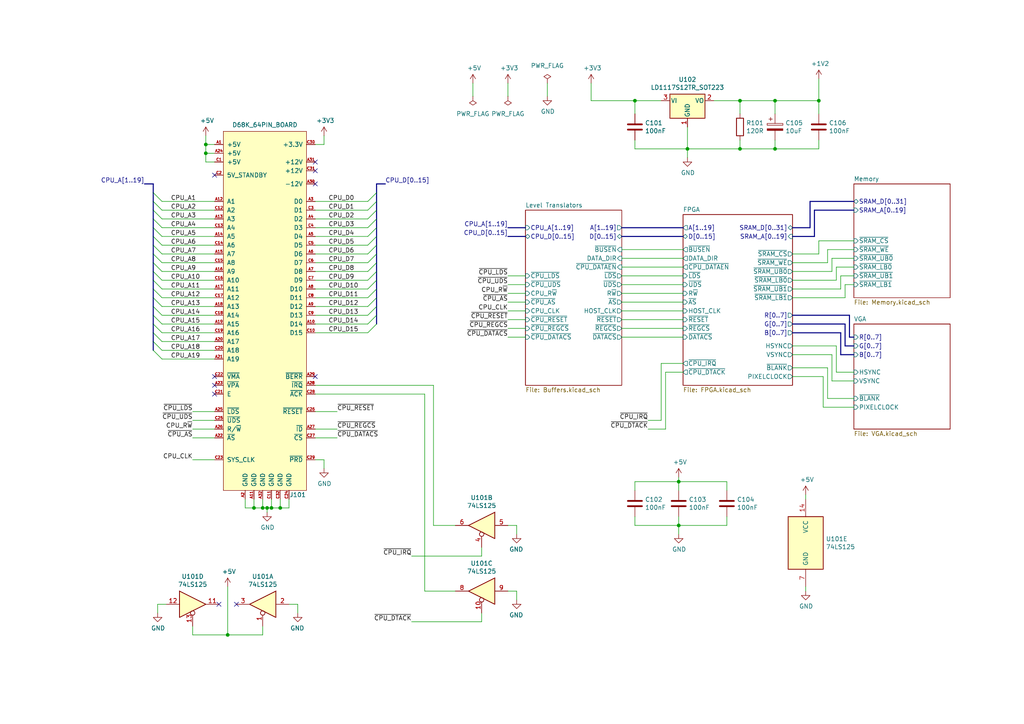
<source format=kicad_sch>
(kicad_sch (version 20211123) (generator eeschema)
  (paper "A4")
  (lib_symbols
    (symbol "74xx:74LS125" (pin_names (offset 1.016))
      (property "Reference" "U" (at 0 1.27 0))
      (property "Value" "74LS125" (at 0 -1.27 0))
      (symbol "74LS125_1_0"
        (polyline (pts (xy -3.81 3.81) (xy -3.81 -3.81) (xy 3.81 0) (xy -3.81 3.81)) (stroke (width 0.254)) (fill (type background)))
        (pin input inverted (at 0 -6.35 90) (length 4.445) (name "~") (number "1"))
        (pin input line (at -7.62 0 0) (length 3.81) (name "~") (number "2"))
        (pin tri_state line (at 7.62 0 180) (length 3.81) (name "~") (number "3"))
      )
      (symbol "74LS125_2_0"
        (polyline (pts (xy -3.81 3.81) (xy -3.81 -3.81) (xy 3.81 0) (xy -3.81 3.81)) (stroke (width 0.254)) (fill (type background)))
        (pin input inverted (at 0 -6.35 90) (length 4.445) (name "~") (number "4"))
        (pin input line (at -7.62 0 0) (length 3.81) (name "~") (number "5"))
        (pin tri_state line (at 7.62 0 180) (length 3.81) (name "~") (number "6"))
      )
      (symbol "74LS125_3_0"
        (polyline (pts (xy -3.81 3.81) (xy -3.81 -3.81) (xy 3.81 0) (xy -3.81 3.81)) (stroke (width 0.254)) (fill (type background)))
        (pin input inverted (at 0 -6.35 90) (length 4.445) (name "~") (number "10"))
        (pin tri_state line (at 7.62 0 180) (length 3.81) (name "~") (number "8"))
        (pin input line (at -7.62 0 0) (length 3.81) (name "~") (number "9"))
      )
      (symbol "74LS125_4_0"
        (polyline (pts (xy -3.81 3.81) (xy -3.81 -3.81) (xy 3.81 0) (xy -3.81 3.81)) (stroke (width 0.254)) (fill (type background)))
        (pin tri_state line (at 7.62 0 180) (length 3.81) (name "~") (number "11"))
        (pin input line (at -7.62 0 0) (length 3.81) (name "~") (number "12"))
        (pin input inverted (at 0 -6.35 90) (length 4.445) (name "~") (number "13"))
      )
      (symbol "74LS125_5_0"
        (pin power_in line (at 0 12.7 270) (length 5.08) (name "VCC") (number "14"))
        (pin power_in line (at 0 -12.7 90) (length 5.08) (name "GND") (number "7"))
      )
      (symbol "74LS125_5_1"
        (rectangle (start -5.08 7.62) (end 5.08 -7.62) (stroke (width 0.254)) (fill (type background)))
      )
    )
    (symbol "Ddraig:D68K_64PIN_BOARD" (pin_names (offset 1.016))
      (property "Reference" "J" (at -11.43 53.34 0))
      (property "Value" "D68K_64PIN_BOARD" (at -2.54 50.8 0))
      (symbol "D68K_64PIN_BOARD_0_1"
        (rectangle (start -12.7 48.26) (end 11.43 -55.88) (fill (type background)))
      )
      (symbol "D68K_64PIN_BOARD_1_1"
        (pin power_in line (at -15.24 44.45 0) (length 2.54) (name "+5V") (number "A1"))
        (pin bidirectional line (at 13.97 -7.62 180) (length 2.54) (name "D14") (number "A10"))
        (pin power_in line (at -3.81 -58.42 90) (length 2.54) (name "GND") (number "A11"))
        (pin output line (at -15.24 27.94 0) (length 2.54) (name "A1") (number "A12"))
        (pin output line (at -15.24 22.86 0) (length 2.54) (name "A3") (number "A13"))
        (pin output line (at -15.24 17.78 0) (length 2.54) (name "A5") (number "A14"))
        (pin output line (at -15.24 12.7 0) (length 2.54) (name "A7") (number "A15"))
        (pin output line (at -15.24 7.62 0) (length 2.54) (name "A9") (number "A16"))
        (pin output line (at -15.24 2.54 0) (length 2.54) (name "A11") (number "A17"))
        (pin output line (at -15.24 -2.54 0) (length 2.54) (name "A13") (number "A18"))
        (pin output line (at -15.24 -7.62 0) (length 2.54) (name "A15") (number "A19"))
        (pin power_in line (at -6.35 -58.42 90) (length 2.54) (name "GND") (number "A2"))
        (pin output line (at -15.24 -12.7 0) (length 2.54) (name "A17") (number "A20"))
        (pin output line (at -15.24 -17.78 0) (length 2.54) (name "A19") (number "A21"))
        (pin output line (at -15.24 -40.64 0) (length 2.54) (name "~{AS}") (number "A22"))
        (pin output line (at -15.24 -25.4 0) (length 2.54) (name "~{VPA}") (number "A23"))
        (pin power_in line (at -15.24 41.91 0) (length 2.54) (name "+5V") (number "A24"))
        (pin output line (at -15.24 -33.02 0) (length 2.54) (name "~{LDS}") (number "A25"))
        (pin output line (at -15.24 -38.1 0) (length 2.54) (name "R/~{W}") (number "A26"))
        (pin output line (at 13.97 -38.1 180) (length 2.54) (name "~{ID}") (number "A27"))
        (pin input line (at 13.97 -25.4 180) (length 2.54) (name "~{IRQ}") (number "A28"))
        (pin input line (at 13.97 -22.86 180) (length 2.54) (name "~{BERR}") (number "A29"))
        (pin bidirectional line (at 13.97 27.94 180) (length 2.54) (name "D0") (number "A3"))
        (pin power_in line (at 13.97 33.02 180) (length 2.54) (name "-12V") (number "A30"))
        (pin power_in line (at 13.97 39.37 180) (length 2.54) (name "+12V") (number "A31"))
        (pin power_in line (at -1.27 -58.42 90) (length 2.54) (name "GND") (number "A32"))
        (pin bidirectional line (at 13.97 22.86 180) (length 2.54) (name "D2") (number "A4"))
        (pin bidirectional line (at 13.97 17.78 180) (length 2.54) (name "D4") (number "A5"))
        (pin bidirectional line (at 13.97 12.7 180) (length 2.54) (name "D6") (number "A6"))
        (pin bidirectional line (at 13.97 7.62 180) (length 2.54) (name "D8") (number "A7"))
        (pin bidirectional line (at 13.97 2.54 180) (length 2.54) (name "D10") (number "A8"))
        (pin bidirectional line (at 13.97 -2.54 180) (length 2.54) (name "D12") (number "A9"))
        (pin power_in line (at -15.24 39.37 0) (length 2.54) (name "+5V") (number "C1"))
        (pin bidirectional line (at 13.97 -10.16 180) (length 2.54) (name "D15") (number "C10"))
        (pin power_in line (at 1.27 -58.42 90) (length 2.54) (name "GND") (number "C11"))
        (pin output line (at -15.24 25.4 0) (length 2.54) (name "A2") (number "C12"))
        (pin output line (at -15.24 20.32 0) (length 2.54) (name "A4") (number "C13"))
        (pin output line (at -15.24 15.24 0) (length 2.54) (name "A6") (number "C14"))
        (pin output line (at -15.24 10.16 0) (length 2.54) (name "A8") (number "C15"))
        (pin output line (at -15.24 5.08 0) (length 2.54) (name "A10") (number "C16"))
        (pin output line (at -15.24 0 0) (length 2.54) (name "A12") (number "C17"))
        (pin output line (at -15.24 -5.08 0) (length 2.54) (name "A14") (number "C18"))
        (pin output line (at -15.24 -10.16 0) (length 2.54) (name "A16") (number "C19"))
        (pin power_in line (at -15.24 35.56 0) (length 2.54) (name "5V_STANDBY") (number "C2"))
        (pin output line (at -15.24 -15.24 0) (length 2.54) (name "A18") (number "C20"))
        (pin output line (at -15.24 -27.94 0) (length 2.54) (name "E") (number "C21"))
        (pin output line (at -15.24 -22.86 0) (length 2.54) (name "~{VMA}") (number "C22"))
        (pin output line (at -15.24 -46.99 0) (length 2.54) (name "SYS_CLK") (number "C23"))
        (pin power_in line (at 6.35 -58.42 90) (length 2.54) (name "GND") (number "C24"))
        (pin output line (at -15.24 -35.56 0) (length 2.54) (name "~{UDS}") (number "C25"))
        (pin output line (at 13.97 -33.02 180) (length 2.54) (name "~{RESET}") (number "C26"))
        (pin output line (at 13.97 -40.64 180) (length 2.54) (name "~{CS}") (number "C27"))
        (pin input line (at 13.97 -27.94 180) (length 2.54) (name "~{ACK}") (number "C28"))
        (pin passive line (at 13.97 -46.99 180) (length 2.54) (name "~{PRD}") (number "C29"))
        (pin bidirectional line (at 13.97 25.4 180) (length 2.54) (name "D1") (number "C3"))
        (pin power_in line (at 13.97 44.45 180) (length 2.54) (name "+3.3V") (number "C30"))
        (pin power_in line (at 13.97 36.83 180) (length 2.54) (name "+12V") (number "C31"))
        (pin power_in line (at 3.81 -58.42 90) (length 2.54) (name "GND") (number "C32"))
        (pin bidirectional line (at 13.97 20.32 180) (length 2.54) (name "D3") (number "C4"))
        (pin bidirectional line (at 13.97 15.24 180) (length 2.54) (name "D5") (number "C5"))
        (pin bidirectional line (at 13.97 10.16 180) (length 2.54) (name "D7") (number "C6"))
        (pin bidirectional line (at 13.97 5.08 180) (length 2.54) (name "D9") (number "C7"))
        (pin bidirectional line (at 13.97 0 180) (length 2.54) (name "D11") (number "C8"))
        (pin bidirectional line (at 13.97 -5.08 180) (length 2.54) (name "D13") (number "C9"))
      )
    )
    (symbol "Device:C" (pin_numbers hide) (pin_names (offset 0.254))
      (property "Reference" "C" (at 0.635 2.54 0))
      (property "Value" "C" (at 0.635 -2.54 0))
      (symbol "C_0_1"
        (polyline (pts (xy -2.032 -0.762) (xy 2.032 -0.762)) (stroke (width 0.508)))
        (polyline (pts (xy -2.032 0.762) (xy 2.032 0.762)) (stroke (width 0.508)))
      )
      (symbol "C_1_1"
        (pin passive line (at 0 3.81 270) (length 2.794) (name "~") (number "1"))
        (pin passive line (at 0 -3.81 90) (length 2.794) (name "~") (number "2"))
      )
    )
    (symbol "Device:C_Polarized" (pin_numbers hide) (pin_names (offset 0.254))
      (property "Reference" "C" (at 0.635 2.54 0))
      (property "Value" "C_Polarized" (at 0.635 -2.54 0))
      (symbol "C_Polarized_0_1"
        (rectangle (start -2.286 0.508) (end 2.286 1.016))
        (polyline (pts (xy -1.778 2.286) (xy -0.762 2.286)))
        (polyline (pts (xy -1.27 2.794) (xy -1.27 1.778)))
        (rectangle (start 2.286 -0.508) (end -2.286 -1.016) (fill (type outline)))
      )
      (symbol "C_Polarized_1_1"
        (pin passive line (at 0 3.81 270) (length 2.794) (name "~") (number "1"))
        (pin passive line (at 0 -3.81 90) (length 2.794) (name "~") (number "2"))
      )
    )
    (symbol "Device:R" (pin_numbers hide) (pin_names (offset 0))
      (property "Reference" "R" (at 2.032 0 90))
      (property "Value" "R" (at 0 0 90))
      (symbol "R_0_1"
        (rectangle (start -1.016 -2.54) (end 1.016 2.54) (stroke (width 0.254)))
      )
      (symbol "R_1_1"
        (pin passive line (at 0 3.81 270) (length 1.27) (name "~") (number "1"))
        (pin passive line (at 0 -3.81 90) (length 1.27) (name "~") (number "2"))
      )
    )
    (symbol "Regulator_Linear:LD1117S12TR_SOT223" (pin_names (offset 0.254))
      (property "Reference" "U" (at -3.81 3.175 0))
      (property "Value" "LD1117S12TR_SOT223" (at 0 3.175 0))
      (symbol "LD1117S12TR_SOT223_0_1"
        (rectangle (start -5.08 -5.08) (end 5.08 1.905) (stroke (width 0.254)) (fill (type background)))
      )
      (symbol "LD1117S12TR_SOT223_1_1"
        (pin power_in line (at 0 -7.62 90) (length 2.54) (name "GND") (number "1"))
        (pin power_out line (at 7.62 0 180) (length 2.54) (name "VO") (number "2"))
        (pin power_in line (at -7.62 0 0) (length 2.54) (name "VI") (number "3"))
      )
    )
    (symbol "power:+1V2" (power) (pin_names (offset 0))
      (property "Value" "+1V2" (at 0 3.556 0))
      (symbol "+1V2_0_1"
        (polyline (pts (xy -0.762 1.27) (xy 0 2.54)))
        (polyline (pts (xy 0 0) (xy 0 2.54)))
        (polyline (pts (xy 0 2.54) (xy 0.762 1.27)))
      )
      (symbol "+1V2_1_1"
        (pin power_in line (at 0 0 90) (length 0) hide (name "+1V2") (number "1"))
      )
    )
    (symbol "power:+3V3" (power) (pin_names (offset 0))
      (property "Value" "+3V3" (at 0 3.556 0))
      (symbol "+3V3_0_1"
        (polyline (pts (xy -0.762 1.27) (xy 0 2.54)))
        (polyline (pts (xy 0 0) (xy 0 2.54)))
        (polyline (pts (xy 0 2.54) (xy 0.762 1.27)))
      )
      (symbol "+3V3_1_1"
        (pin power_in line (at 0 0 90) (length 0) hide (name "+3V3") (number "1"))
      )
    )
    (symbol "power:+5V" (power) (pin_names (offset 0))
      (property "Value" "+5V" (at 0 3.556 0))
      (symbol "+5V_0_1"
        (polyline (pts (xy -0.762 1.27) (xy 0 2.54)))
        (polyline (pts (xy 0 0) (xy 0 2.54)))
        (polyline (pts (xy 0 2.54) (xy 0.762 1.27)))
      )
      (symbol "+5V_1_1"
        (pin power_in line (at 0 0 90) (length 0) hide (name "+5V") (number "1"))
      )
    )
    (symbol "power:GND" (power) (pin_names (offset 0))
      (property "Value" "GND" (at 0 -3.81 0))
      (symbol "GND_0_1"
        (polyline (pts (xy 0 0) (xy 0 -1.27) (xy 1.27 -1.27) (xy 0 -2.54) (xy -1.27 -1.27) (xy 0 -1.27)))
      )
      (symbol "GND_1_1"
        (pin power_in line (at 0 0 270) (length 0) hide (name "GND") (number "1"))
      )
    )
    (symbol "power:PWR_FLAG" (power) (pin_numbers hide) (pin_names (offset 0) hide)
      (property "Value" "PWR_FLAG" (at 0 3.81 0))
      (symbol "PWR_FLAG_0_0"
        (pin power_out line (at 0 0 90) (length 0) (name "pwr") (number "1"))
      )
      (symbol "PWR_FLAG_0_1"
        (polyline (pts (xy 0 0) (xy 0 1.27) (xy -1.016 1.905) (xy 0 2.54) (xy 1.016 1.905) (xy 0 1.27)))
      )
    )
  )
  (junction (at 59.69 41.91))
  (junction (at 237.49 29.21))
  (junction (at 66.04 184.15))
  (junction (at 73.66 147.32))
  (junction (at 214.63 29.21))
  (junction (at 196.85 139.7))
  (junction (at 78.74 147.32))
  (junction (at 196.85 152.4))
  (junction (at 59.69 44.45))
  (junction (at 76.2 147.32))
  (junction (at 224.79 43.18))
  (junction (at 184.15 29.21))
  (junction (at 81.28 147.32))
  (junction (at 199.39 43.18))
  (junction (at 77.47 147.32))
  (junction (at 224.79 29.21))
  (junction (at 214.63 43.18))
  (no_connect (at 91.44 46.99))
  (no_connect (at 91.44 49.53))
  (no_connect (at 91.44 109.22))
  (no_connect (at 62.23 111.76))
  (no_connect (at 62.23 114.3))
  (no_connect (at 62.23 50.8))
  (no_connect (at 68.58 175.26))
  (no_connect (at 91.44 53.34))
  (no_connect (at 62.23 109.22))
  (no_connect (at 63.5 175.26))
  (bus_entry (at 44.45 63.5) (size 2.54 2.54))
  (bus_entry (at 44.45 55.88) (size 2.54 2.54))
  (bus_entry (at 44.45 83.82) (size 2.54 2.54))
  (bus_entry (at 109.22 55.88) (size -2.54 2.54))
  (bus_entry (at 44.45 88.9) (size 2.54 2.54))
  (bus_entry (at 109.22 78.74) (size -2.54 2.54))
  (bus_entry (at 44.45 101.6) (size 2.54 2.54))
  (bus_entry (at 109.22 63.5) (size -2.54 2.54))
  (bus_entry (at 44.45 76.2) (size 2.54 2.54))
  (bus_entry (at 44.45 71.12) (size 2.54 2.54))
  (bus_entry (at 44.45 60.96) (size 2.54 2.54))
  (bus_entry (at 44.45 86.36) (size 2.54 2.54))
  (bus_entry (at 109.22 60.96) (size -2.54 2.54))
  (bus_entry (at 109.22 93.98) (size -2.54 2.54))
  (bus_entry (at 44.45 78.74) (size 2.54 2.54))
  (bus_entry (at 44.45 73.66) (size 2.54 2.54))
  (bus_entry (at 109.22 76.2) (size -2.54 2.54))
  (bus_entry (at 44.45 68.58) (size 2.54 2.54))
  (bus_entry (at 109.22 58.42) (size -2.54 2.54))
  (bus_entry (at 44.45 93.98) (size 2.54 2.54))
  (bus_entry (at 44.45 58.42) (size 2.54 2.54))
  (bus_entry (at 109.22 83.82) (size -2.54 2.54))
  (bus_entry (at 109.22 81.28) (size -2.54 2.54))
  (bus_entry (at 109.22 91.44) (size -2.54 2.54))
  (bus_entry (at 109.22 88.9) (size -2.54 2.54))
  (bus_entry (at 44.45 91.44) (size 2.54 2.54))
  (bus_entry (at 44.45 99.06) (size 2.54 2.54))
  (bus_entry (at 109.22 66.04) (size -2.54 2.54))
  (bus_entry (at 109.22 86.36) (size -2.54 2.54))
  (bus_entry (at 109.22 73.66) (size -2.54 2.54))
  (bus_entry (at 109.22 71.12) (size -2.54 2.54))
  (bus_entry (at 44.45 66.04) (size 2.54 2.54))
  (bus_entry (at 109.22 68.58) (size -2.54 2.54))
  (bus_entry (at 44.45 96.52) (size 2.54 2.54))
  (bus_entry (at 44.45 81.28) (size 2.54 2.54))
  (wire (pts (xy 93.98 135.89) (xy 93.98 133.35)))
  (wire (pts (xy 45.72 175.26) (xy 48.26 175.26)))
  (wire (pts (xy 62.23 93.98) (xy 46.99 93.98)))
  (wire (pts (xy 139.7 180.34) (xy 119.38 180.34)))
  (bus (pts (xy 44.45 91.44) (xy 44.45 93.98)))
  (bus (pts (xy 234.95 58.42) (xy 234.95 66.04)))
  (bus (pts (xy 243.84 96.52) (xy 243.84 102.87)))
  (wire (pts (xy 55.88 127) (xy 62.23 127)))
  (wire (pts (xy 139.7 161.29) (xy 139.7 158.75)))
  (bus (pts (xy 44.45 88.9) (xy 44.45 91.44)))
  (wire (pts (xy 198.12 90.17) (xy 180.34 90.17)))
  (wire (pts (xy 237.49 33.02) (xy 237.49 29.21)))
  (wire (pts (xy 59.69 46.99) (xy 59.69 44.45)))
  (wire (pts (xy 91.44 91.44) (xy 106.68 91.44)))
  (wire (pts (xy 229.87 81.28) (xy 242.57 81.28)))
  (wire (pts (xy 229.87 106.68) (xy 240.03 106.68)))
  (bus (pts (xy 246.38 97.79) (xy 247.65 97.79)))
  (bus (pts (xy 44.45 66.04) (xy 44.45 68.58)))
  (wire (pts (xy 193.04 124.46) (xy 193.04 107.95)))
  (wire (pts (xy 55.88 184.15) (xy 66.04 184.15)))
  (bus (pts (xy 109.22 53.34) (xy 109.22 55.88)))
  (wire (pts (xy 55.88 133.35) (xy 62.23 133.35)))
  (wire (pts (xy 241.3 74.93) (xy 241.3 78.74)))
  (wire (pts (xy 97.79 127) (xy 91.44 127)))
  (bus (pts (xy 44.45 96.52) (xy 44.45 99.06)))
  (wire (pts (xy 229.87 100.33) (xy 242.57 100.33)))
  (wire (pts (xy 62.23 44.45) (xy 59.69 44.45)))
  (wire (pts (xy 91.44 63.5) (xy 106.68 63.5)))
  (bus (pts (xy 44.45 58.42) (xy 44.45 60.96)))
  (wire (pts (xy 62.23 96.52) (xy 46.99 96.52)))
  (wire (pts (xy 180.34 92.71) (xy 198.12 92.71)))
  (wire (pts (xy 214.63 43.18) (xy 214.63 40.64)))
  (wire (pts (xy 245.11 86.36) (xy 245.11 82.55)))
  (wire (pts (xy 91.44 88.9) (xy 106.68 88.9)))
  (wire (pts (xy 210.82 139.7) (xy 210.82 142.24)))
  (bus (pts (xy 109.22 68.58) (xy 109.22 71.12)))
  (wire (pts (xy 233.68 143.51) (xy 233.68 144.78)))
  (wire (pts (xy 91.44 86.36) (xy 106.68 86.36)))
  (bus (pts (xy 246.38 91.44) (xy 246.38 97.79)))
  (wire (pts (xy 91.44 76.2) (xy 106.68 76.2)))
  (wire (pts (xy 240.03 106.68) (xy 240.03 115.57)))
  (wire (pts (xy 237.49 69.85) (xy 247.65 69.85)))
  (wire (pts (xy 191.77 29.21) (xy 184.15 29.21)))
  (wire (pts (xy 62.23 63.5) (xy 46.99 63.5)))
  (wire (pts (xy 152.4 85.09) (xy 147.32 85.09)))
  (wire (pts (xy 86.36 175.26) (xy 86.36 177.8)))
  (wire (pts (xy 180.34 97.79) (xy 198.12 97.79)))
  (bus (pts (xy 44.45 68.58) (xy 44.45 71.12)))
  (wire (pts (xy 198.12 85.09) (xy 180.34 85.09)))
  (wire (pts (xy 91.44 71.12) (xy 106.68 71.12)))
  (bus (pts (xy 44.45 63.5) (xy 44.45 66.04)))
  (wire (pts (xy 93.98 133.35) (xy 91.44 133.35)))
  (bus (pts (xy 44.45 86.36) (xy 44.45 88.9)))
  (wire (pts (xy 83.82 147.32) (xy 83.82 144.78)))
  (wire (pts (xy 196.85 139.7) (xy 210.82 139.7)))
  (wire (pts (xy 139.7 177.8) (xy 139.7 180.34)))
  (wire (pts (xy 78.74 147.32) (xy 81.28 147.32)))
  (wire (pts (xy 199.39 43.18) (xy 199.39 45.72)))
  (bus (pts (xy 109.22 63.5) (xy 109.22 66.04)))
  (wire (pts (xy 91.44 96.52) (xy 106.68 96.52)))
  (wire (pts (xy 247.65 110.49) (xy 241.3 110.49)))
  (wire (pts (xy 184.15 149.86) (xy 184.15 152.4)))
  (bus (pts (xy 44.45 55.88) (xy 44.45 58.42)))
  (wire (pts (xy 91.44 60.96) (xy 106.68 60.96)))
  (bus (pts (xy 44.45 78.74) (xy 44.45 81.28)))
  (wire (pts (xy 77.47 148.59) (xy 77.47 147.32)))
  (wire (pts (xy 180.34 87.63) (xy 198.12 87.63)))
  (wire (pts (xy 191.77 121.92) (xy 187.96 121.92)))
  (bus (pts (xy 109.22 58.42) (xy 109.22 60.96)))
  (wire (pts (xy 73.66 147.32) (xy 76.2 147.32)))
  (wire (pts (xy 62.23 99.06) (xy 46.99 99.06)))
  (wire (pts (xy 196.85 149.86) (xy 196.85 152.4)))
  (wire (pts (xy 91.44 114.3) (xy 123.19 114.3)))
  (wire (pts (xy 91.44 66.04) (xy 106.68 66.04)))
  (bus (pts (xy 109.22 81.28) (xy 109.22 83.82)))
  (wire (pts (xy 81.28 147.32) (xy 83.82 147.32)))
  (wire (pts (xy 152.4 80.01) (xy 147.32 80.01)))
  (bus (pts (xy 245.11 100.33) (xy 247.65 100.33)))
  (bus (pts (xy 44.45 76.2) (xy 44.45 78.74)))
  (wire (pts (xy 125.73 152.4) (xy 132.08 152.4)))
  (wire (pts (xy 242.57 81.28) (xy 242.57 77.47)))
  (wire (pts (xy 76.2 144.78) (xy 76.2 147.32)))
  (wire (pts (xy 91.44 81.28) (xy 106.68 81.28)))
  (wire (pts (xy 76.2 184.15) (xy 76.2 181.61)))
  (wire (pts (xy 147.32 92.71) (xy 152.4 92.71)))
  (wire (pts (xy 71.12 144.78) (xy 71.12 147.32)))
  (bus (pts (xy 245.11 100.33) (xy 245.11 93.98)))
  (wire (pts (xy 62.23 101.6) (xy 46.99 101.6)))
  (wire (pts (xy 91.44 124.46) (xy 97.79 124.46)))
  (wire (pts (xy 198.12 80.01) (xy 180.34 80.01)))
  (bus (pts (xy 109.22 60.96) (xy 109.22 63.5)))
  (wire (pts (xy 62.23 104.14) (xy 46.99 104.14)))
  (wire (pts (xy 91.44 41.91) (xy 93.98 41.91)))
  (wire (pts (xy 238.76 118.11) (xy 247.65 118.11)))
  (wire (pts (xy 224.79 43.18) (xy 237.49 43.18)))
  (wire (pts (xy 158.75 27.94) (xy 158.75 24.13)))
  (wire (pts (xy 119.38 161.29) (xy 139.7 161.29)))
  (bus (pts (xy 229.87 91.44) (xy 246.38 91.44)))
  (bus (pts (xy 234.95 66.04) (xy 229.87 66.04)))
  (wire (pts (xy 45.72 177.8) (xy 45.72 175.26)))
  (wire (pts (xy 73.66 144.78) (xy 73.66 147.32)))
  (wire (pts (xy 62.23 58.42) (xy 46.99 58.42)))
  (wire (pts (xy 62.23 81.28) (xy 46.99 81.28)))
  (wire (pts (xy 97.79 119.38) (xy 91.44 119.38)))
  (wire (pts (xy 210.82 152.4) (xy 210.82 149.86)))
  (wire (pts (xy 147.32 87.63) (xy 152.4 87.63)))
  (bus (pts (xy 44.45 71.12) (xy 44.45 73.66)))
  (wire (pts (xy 91.44 73.66) (xy 106.68 73.66)))
  (bus (pts (xy 44.45 53.34) (xy 44.45 55.88)))
  (wire (pts (xy 224.79 43.18) (xy 224.79 40.64)))
  (wire (pts (xy 196.85 154.94) (xy 196.85 152.4)))
  (wire (pts (xy 171.45 29.21) (xy 171.45 24.13)))
  (wire (pts (xy 196.85 138.43) (xy 196.85 139.7)))
  (wire (pts (xy 214.63 33.02) (xy 214.63 29.21)))
  (bus (pts (xy 109.22 73.66) (xy 109.22 76.2)))
  (wire (pts (xy 229.87 109.22) (xy 238.76 109.22)))
  (wire (pts (xy 184.15 139.7) (xy 196.85 139.7)))
  (wire (pts (xy 62.23 71.12) (xy 46.99 71.12)))
  (bus (pts (xy 44.45 73.66) (xy 44.45 76.2)))
  (wire (pts (xy 224.79 29.21) (xy 237.49 29.21)))
  (wire (pts (xy 187.96 124.46) (xy 193.04 124.46)))
  (wire (pts (xy 77.47 147.32) (xy 78.74 147.32)))
  (wire (pts (xy 243.84 83.82) (xy 229.87 83.82)))
  (wire (pts (xy 199.39 36.83) (xy 199.39 43.18)))
  (wire (pts (xy 62.23 66.04) (xy 46.99 66.04)))
  (wire (pts (xy 59.69 41.91) (xy 59.69 39.37)))
  (wire (pts (xy 224.79 33.02) (xy 224.79 29.21)))
  (wire (pts (xy 184.15 29.21) (xy 171.45 29.21)))
  (bus (pts (xy 109.22 83.82) (xy 109.22 86.36)))
  (wire (pts (xy 207.01 29.21) (xy 214.63 29.21)))
  (wire (pts (xy 66.04 184.15) (xy 76.2 184.15)))
  (wire (pts (xy 184.15 33.02) (xy 184.15 29.21)))
  (wire (pts (xy 137.16 24.13) (xy 137.16 27.94)))
  (wire (pts (xy 147.32 97.79) (xy 152.4 97.79)))
  (bus (pts (xy 44.45 60.96) (xy 44.45 63.5)))
  (wire (pts (xy 240.03 72.39) (xy 247.65 72.39)))
  (wire (pts (xy 55.88 121.92) (xy 62.23 121.92)))
  (wire (pts (xy 62.23 76.2) (xy 46.99 76.2)))
  (wire (pts (xy 62.23 41.91) (xy 59.69 41.91)))
  (wire (pts (xy 214.63 43.18) (xy 224.79 43.18)))
  (bus (pts (xy 147.32 66.04) (xy 152.4 66.04)))
  (wire (pts (xy 238.76 109.22) (xy 238.76 118.11)))
  (wire (pts (xy 180.34 82.55) (xy 198.12 82.55)))
  (wire (pts (xy 62.23 73.66) (xy 46.99 73.66)))
  (wire (pts (xy 91.44 111.76) (xy 125.73 111.76)))
  (wire (pts (xy 243.84 80.01) (xy 243.84 83.82)))
  (wire (pts (xy 62.23 88.9) (xy 46.99 88.9)))
  (wire (pts (xy 180.34 74.93) (xy 198.12 74.93)))
  (wire (pts (xy 62.23 91.44) (xy 46.99 91.44)))
  (bus (pts (xy 44.45 99.06) (xy 44.45 101.6)))
  (wire (pts (xy 237.49 73.66) (xy 237.49 69.85)))
  (bus (pts (xy 245.11 93.98) (xy 229.87 93.98)))
  (wire (pts (xy 196.85 152.4) (xy 210.82 152.4)))
  (wire (pts (xy 62.23 86.36) (xy 46.99 86.36)))
  (wire (pts (xy 242.57 100.33) (xy 242.57 107.95)))
  (bus (pts (xy 109.22 55.88) (xy 109.22 58.42)))
  (wire (pts (xy 62.23 119.38) (xy 55.88 119.38)))
  (wire (pts (xy 229.87 73.66) (xy 237.49 73.66)))
  (wire (pts (xy 241.3 102.87) (xy 229.87 102.87)))
  (wire (pts (xy 247.65 80.01) (xy 243.84 80.01)))
  (bus (pts (xy 44.45 83.82) (xy 44.45 86.36)))
  (wire (pts (xy 91.44 93.98) (xy 106.68 93.98)))
  (wire (pts (xy 91.44 83.82) (xy 106.68 83.82)))
  (bus (pts (xy 109.22 78.74) (xy 109.22 81.28)))
  (wire (pts (xy 214.63 29.21) (xy 224.79 29.21)))
  (wire (pts (xy 78.74 144.78) (xy 78.74 147.32)))
  (wire (pts (xy 83.82 175.26) (xy 86.36 175.26)))
  (wire (pts (xy 91.44 58.42) (xy 106.68 58.42)))
  (wire (pts (xy 237.49 29.21) (xy 237.49 22.86)))
  (wire (pts (xy 199.39 43.18) (xy 214.63 43.18)))
  (wire (pts (xy 184.15 40.64) (xy 184.15 43.18)))
  (wire (pts (xy 198.12 95.25) (xy 180.34 95.25)))
  (wire (pts (xy 184.15 142.24) (xy 184.15 139.7)))
  (bus (pts (xy 109.22 86.36) (xy 109.22 88.9)))
  (wire (pts (xy 91.44 78.74) (xy 106.68 78.74)))
  (wire (pts (xy 149.86 171.45) (xy 147.32 171.45)))
  (wire (pts (xy 62.23 83.82) (xy 46.99 83.82)))
  (wire (pts (xy 123.19 171.45) (xy 132.08 171.45)))
  (wire (pts (xy 240.03 115.57) (xy 247.65 115.57)))
  (bus (pts (xy 198.12 68.58) (xy 180.34 68.58)))
  (bus (pts (xy 109.22 66.04) (xy 109.22 68.58)))
  (wire (pts (xy 147.32 24.13) (xy 147.32 27.94)))
  (bus (pts (xy 109.22 71.12) (xy 109.22 73.66)))
  (wire (pts (xy 184.15 152.4) (xy 196.85 152.4)))
  (bus (pts (xy 147.32 68.58) (xy 152.4 68.58)))
  (bus (pts (xy 109.22 76.2) (xy 109.22 78.74)))
  (wire (pts (xy 180.34 72.39) (xy 198.12 72.39)))
  (wire (pts (xy 240.03 76.2) (xy 240.03 72.39)))
  (wire (pts (xy 184.15 43.18) (xy 199.39 43.18)))
  (wire (pts (xy 237.49 43.18) (xy 237.49 40.64)))
  (wire (pts (xy 229.87 76.2) (xy 240.03 76.2)))
  (wire (pts (xy 62.23 124.46) (xy 55.88 124.46)))
  (wire (pts (xy 93.98 41.91) (xy 93.98 39.37)))
  (wire (pts (xy 71.12 147.32) (xy 73.66 147.32)))
  (wire (pts (xy 229.87 86.36) (xy 245.11 86.36)))
  (wire (pts (xy 149.86 173.99) (xy 149.86 171.45)))
  (wire (pts (xy 241.3 74.93) (xy 247.65 74.93)))
  (bus (pts (xy 229.87 96.52) (xy 243.84 96.52)))
  (bus (pts (xy 236.22 60.96) (xy 247.65 60.96)))
  (wire (pts (xy 241.3 110.49) (xy 241.3 102.87)))
  (wire (pts (xy 242.57 107.95) (xy 247.65 107.95)))
  (wire (pts (xy 191.77 105.41) (xy 191.77 121.92)))
  (wire (pts (xy 147.32 82.55) (xy 152.4 82.55)))
  (bus (pts (xy 44.45 81.28) (xy 44.45 83.82)))
  (wire (pts (xy 196.85 139.7) (xy 196.85 142.24)))
  (bus (pts (xy 44.45 93.98) (xy 44.45 96.52)))
  (wire (pts (xy 55.88 181.61) (xy 55.88 184.15)))
  (wire (pts (xy 62.23 46.99) (xy 59.69 46.99)))
  (wire (pts (xy 152.4 90.17) (xy 147.32 90.17)))
  (wire (pts (xy 59.69 44.45) (xy 59.69 41.91)))
  (wire (pts (xy 152.4 95.25) (xy 147.32 95.25)))
  (wire (pts (xy 76.2 147.32) (xy 77.47 147.32)))
  (wire (pts (xy 149.86 152.4) (xy 149.86 154.94)))
  (wire (pts (xy 147.32 152.4) (xy 149.86 152.4)))
  (bus (pts (xy 109.22 88.9) (xy 109.22 91.44)))
  (wire (pts (xy 180.34 77.47) (xy 198.12 77.47)))
  (wire (pts (xy 245.11 82.55) (xy 247.65 82.55)))
  (bus (pts (xy 243.84 102.87) (xy 247.65 102.87)))
  (wire (pts (xy 62.23 60.96) (xy 46.99 60.96)))
  (wire (pts (xy 198.12 105.41) (xy 191.77 105.41)))
  (wire (pts (xy 81.28 144.78) (xy 81.28 147.32)))
  (wire (pts (xy 66.04 170.18) (xy 66.04 184.15)))
  (wire (pts (xy 233.68 171.45) (xy 233.68 170.18)))
  (wire (pts (xy 242.57 77.47) (xy 247.65 77.47)))
  (bus (pts (xy 236.22 68.58) (xy 236.22 60.96)))
  (wire (pts (xy 241.3 78.74) (xy 229.87 78.74)))
  (bus (pts (xy 109.22 53.34) (xy 111.76 53.34)))
  (bus (pts (xy 41.91 53.34) (xy 44.45 53.34)))
  (bus (pts (xy 180.34 66.04) (xy 198.12 66.04)))
  (bus (pts (xy 229.87 68.58) (xy 236.22 68.58)))
  (wire (pts (xy 193.04 107.95) (xy 198.12 107.95)))
  (wire (pts (xy 123.19 114.3) (xy 123.19 171.45)))
  (wire (pts (xy 62.23 68.58) (xy 46.99 68.58)))
  (bus (pts (xy 109.22 91.44) (xy 109.22 93.98)))
  (wire (pts (xy 62.23 78.74) (xy 46.99 78.74)))
  (wire (pts (xy 125.73 111.76) (xy 125.73 152.4)))
  (wire (pts (xy 91.44 68.58) (xy 106.68 68.58)))
  (bus (pts (xy 247.65 58.42) (xy 234.95 58.42)))
  (label "~{CPU_IRQ}" (at 119.38 161.29 180))
  (label "CPU_A8" (at 49.53 76.2 0))
  (label "CPU_D13" (at 95.25 91.44 0))
  (label "CPU_D2" (at 95.25 63.5 0))
  (label "CPU_D0" (at 95.25 58.42 0))
  (label "~{CPU_RESET}" (at 97.79 119.38 0))
  (label "CPU_D1" (at 95.25 60.96 0))
  (label "CPU_R~{W}" (at 147.32 85.09 180))
  (label "~{CPU_IRQ}" (at 187.96 121.92 180))
  (label "CPU_R~{W}" (at 55.88 124.46 180))
  (label "CPU_A[1..19]" (at 41.91 53.34 180))
  (label "CPU_A[1..19]" (at 147.32 66.04 180))
  (label "CPU_D[0..15]" (at 111.76 53.34 0))
  (label "CPU_A2" (at 49.53 60.96 0))
  (label "CPU_A5" (at 49.53 68.58 0))
  (label "CPU_A19" (at 49.53 104.14 0))
  (label "~{CPU_DATACS}" (at 147.32 97.79 180))
  (label "~{CPU_UDS}" (at 147.32 82.55 180))
  (label "CPU_A1" (at 49.53 58.42 0))
  (label "CPU_A11" (at 49.53 83.82 0))
  (label "~{CPU_DTACK}" (at 119.38 180.34 180))
  (label "CPU_D11" (at 95.25 86.36 0))
  (label "CPU_A9" (at 49.53 78.74 0))
  (label "CPU_CLK" (at 147.32 90.17 180))
  (label "CPU_CLK" (at 55.88 133.35 180))
  (label "~{CPU_AS}" (at 147.32 87.63 180))
  (label "CPU_A4" (at 49.53 66.04 0))
  (label "CPU_A17" (at 49.53 99.06 0))
  (label "CPU_A3" (at 49.53 63.5 0))
  (label "~{CPU_REGCS}" (at 97.79 124.46 0))
  (label "CPU_D7" (at 95.25 76.2 0))
  (label "CPU_A6" (at 49.53 71.12 0))
  (label "~{CPU_AS}" (at 55.88 127 180))
  (label "~{CPU_DTACK}" (at 187.96 124.46 180))
  (label "CPU_A15" (at 49.53 93.98 0))
  (label "~{CPU_LDS}" (at 55.88 119.38 180))
  (label "CPU_A16" (at 49.53 96.52 0))
  (label "~{CPU_DATACS}" (at 97.79 127 0))
  (label "CPU_D[0..15]" (at 147.32 68.58 180))
  (label "CPU_A12" (at 49.53 86.36 0))
  (label "CPU_D12" (at 95.25 88.9 0))
  (label "CPU_D14" (at 95.25 93.98 0))
  (label "CPU_D3" (at 95.25 66.04 0))
  (label "CPU_A13" (at 49.53 88.9 0))
  (label "~{CPU_RESET}" (at 147.32 92.71 180))
  (label "~{CPU_UDS}" (at 55.88 121.92 180))
  (label "CPU_A14" (at 49.53 91.44 0))
  (label "CPU_D15" (at 95.25 96.52 0))
  (label "CPU_D8" (at 95.25 78.74 0))
  (label "CPU_D9" (at 95.25 81.28 0))
  (label "CPU_D6" (at 95.25 73.66 0))
  (label "CPU_D4" (at 95.25 68.58 0))
  (label "~{CPU_REGCS}" (at 147.32 95.25 180))
  (label "~{CPU_LDS}" (at 147.32 80.01 180))
  (label "CPU_D5" (at 95.25 71.12 0))
  (label "CPU_D10" (at 95.25 83.82 0))
  (label "CPU_A10" (at 49.53 81.28 0))
  (label "CPU_A18" (at 49.53 101.6 0))
  (label "CPU_A7" (at 49.53 73.66 0))
  (symbol (lib_id "Ddraig:D68K_64PIN_BOARD") (at 77.47 86.36 0) (unit 1)
    (property "Reference" "J101" (at 86.36 143.51 0))
    (property "Value" "D68K_64PIN_BOARD" (at 76.835 36.2204 0))
    (property "Footprint" "Ddraig:DIN41612_C_2x32_Male_Horizontal_THT" (effects hide))
  )
  (symbol (lib_id "power:+3V3") (at 93.98 39.37 0) (unit 1)
    (property "Reference" "#PWR0105" (effects hide))
    (property "Value" "+3V3" (at 94.361 34.9758 0))
  )
  (symbol (lib_id "power:+5V") (at 59.69 39.37 0) (unit 1)
    (property "Reference" "#PWR0102" (effects hide))
    (property "Value" "+5V" (at 60.071 34.9758 0))
  )
  (symbol (lib_id "power:GND") (at 77.47 148.59 0) (unit 1)
    (property "Reference" "#PWR0104" (effects hide))
    (property "Value" "GND" (at 77.597 152.9842 0))
  )
  (symbol (lib_id "power:GND") (at 93.98 135.89 0) (unit 1)
    (property "Reference" "#PWR0106" (effects hide))
    (property "Value" "GND" (at 94.107 140.2842 0))
  )
  (symbol (lib_id "Device:C") (at 184.15 36.83 0) (unit 1)
    (property "Reference" "C101" (at 187.071 35.6616 0) (effects (justify left)))
    (property "Value" "100nF" (at 187.071 37.973 0) (effects (justify left)))
    (property "Footprint" "Capacitor_SMD:C_0805_2012Metric" (effects hide))
  )
  (symbol (lib_id "Regulator_Linear:LD1117S12TR_SOT223") (at 199.39 29.21 0) (unit 1)
    (property "Reference" "U102" (at 199.39 23.0632 0))
    (property "Value" "LD1117S12TR_SOT223" (at 199.39 25.3746 0))
    (property "Footprint" "Package_TO_SOT_SMD:SOT-223-3_TabPin2" (effects hide))
    (property "Datasheet" "http://www.st.com/st-web-ui/static/active/en/resource/technical/document/datasheet/CD00000544.pdf" (effects hide))
  )
  (symbol (lib_id "power:+3V3") (at 171.45 24.13 0) (unit 1)
    (property "Reference" "#PWR0110" (effects hide))
    (property "Value" "+3V3" (at 171.831 19.7358 0))
  )
  (symbol (lib_id "power:+1V2") (at 237.49 22.86 0) (unit 1)
    (property "Reference" "#PWR0114" (effects hide))
    (property "Value" "+1V2" (at 237.871 18.4658 0))
  )
  (symbol (lib_id "Device:R") (at 214.63 36.83 0) (unit 1)
    (property "Reference" "R101" (at 216.408 35.6616 0) (effects (justify left)))
    (property "Value" "120R" (at 216.408 37.973 0) (effects (justify left)))
    (property "Footprint" "Resistor_SMD:R_0805_2012Metric" (effects hide))
  )
  (symbol (lib_id "Device:C_Polarized") (at 224.79 36.83 0) (unit 1)
    (property "Reference" "C105" (at 227.7872 35.6616 0) (effects (justify left)))
    (property "Value" "10uF" (at 227.7872 37.973 0) (effects (justify left)))
    (property "Footprint" "Capacitor_SMD:CP_Elec_4x5.3" (effects hide))
  )
  (symbol (lib_id "power:GND") (at 199.39 45.72 0) (unit 1)
    (property "Reference" "#PWR0113" (effects hide))
    (property "Value" "GND" (at 199.517 50.1142 0))
  )
  (symbol (lib_id "Device:C") (at 184.15 146.05 0) (unit 1)
    (property "Reference" "C102" (at 187.071 144.8816 0) (effects (justify left)))
    (property "Value" "100nF" (at 187.071 147.193 0) (effects (justify left)))
    (property "Footprint" "Capacitor_SMD:C_0805_2012Metric" (effects hide))
  )
  (symbol (lib_id "power:+5V") (at 196.85 138.43 0) (unit 1)
    (property "Reference" "#PWR0111" (effects hide))
    (property "Value" "+5V" (at 197.231 134.0358 0))
  )
  (symbol (lib_id "power:GND") (at 196.85 154.94 0) (unit 1)
    (property "Reference" "#PWR0112" (effects hide))
    (property "Value" "GND" (at 196.977 159.3342 0))
  )
  (symbol (lib_id "Device:C") (at 196.85 146.05 0) (unit 1)
    (property "Reference" "C103" (at 199.771 144.8816 0) (effects (justify left)))
    (property "Value" "100nF" (at 199.771 147.193 0) (effects (justify left)))
    (property "Footprint" "Capacitor_SMD:C_0805_2012Metric" (effects hide))
  )
  (symbol (lib_id "Device:C") (at 210.82 146.05 0) (unit 1)
    (property "Reference" "C104" (at 213.741 144.8816 0) (effects (justify left)))
    (property "Value" "100nF" (at 213.741 147.193 0) (effects (justify left)))
    (property "Footprint" "Capacitor_SMD:C_0805_2012Metric" (effects hide))
  )
  (symbol (lib_id "74xx:74LS125") (at 76.2 175.26 0) (mirror y) (unit 1)
    (property "Reference" "U101" (at 76.2 167.2082 0))
    (property "Value" "74LS125" (at 76.2 169.5196 0))
    (property "Footprint" "Package_SO:SO-14_3.9x8.65mm_P1.27mm" (effects hide))
    (property "Datasheet" "http://www.ti.com/lit/gpn/sn74LS125" (effects hide))
  )
  (symbol (lib_id "74xx:74LS125") (at 139.7 152.4 0) (mirror y) (unit 2)
    (property "Reference" "U101" (at 139.7 144.3482 0))
    (property "Value" "74LS125" (at 139.7 146.6596 0))
    (property "Footprint" "Package_SO:SO-14_3.9x8.65mm_P1.27mm" (effects hide))
    (property "Datasheet" "http://www.ti.com/lit/gpn/sn74LS125" (effects hide))
  )
  (symbol (lib_id "74xx:74LS125") (at 139.7 171.45 0) (mirror y) (unit 3)
    (property "Reference" "U101" (at 139.7 163.3982 0))
    (property "Value" "74LS125" (at 139.7 165.7096 0))
    (property "Footprint" "Package_SO:SO-14_3.9x8.65mm_P1.27mm" (effects hide))
    (property "Datasheet" "http://www.ti.com/lit/gpn/sn74LS125" (effects hide))
  )
  (symbol (lib_id "74xx:74LS125") (at 55.88 175.26 0) (unit 4)
    (property "Reference" "U101" (at 55.88 167.2082 0))
    (property "Value" "74LS125" (at 55.88 169.5196 0))
    (property "Footprint" "Package_SO:SO-14_3.9x8.65mm_P1.27mm" (effects hide))
    (property "Datasheet" "http://www.ti.com/lit/gpn/sn74LS125" (effects hide))
  )
  (symbol (lib_id "74xx:74LS125") (at 233.68 157.48 0) (unit 5)
    (property "Reference" "U101" (at 239.522 156.3116 0) (effects (justify left)))
    (property "Value" "74LS125" (at 239.522 158.623 0) (effects (justify left)))
    (property "Footprint" "Package_SO:SO-14_3.9x8.65mm_P1.27mm" (effects hide))
    (property "Datasheet" "http://www.ti.com/lit/gpn/sn74LS125" (effects hide))
  )
  (symbol (lib_id "power:GND") (at 86.36 177.8 0) (mirror y) (unit 1)
    (property "Reference" "#PWR0107" (effects hide))
    (property "Value" "GND" (at 86.233 182.1942 0))
  )
  (symbol (lib_id "power:GND") (at 149.86 154.94 0) (mirror y) (unit 1)
    (property "Reference" "#PWR0108" (effects hide))
    (property "Value" "GND" (at 149.733 159.3342 0))
  )
  (symbol (lib_id "power:+5V") (at 233.68 143.51 0) (unit 1)
    (property "Reference" "#PWR0115" (effects hide))
    (property "Value" "+5V" (at 234.061 139.1158 0))
  )
  (symbol (lib_id "power:+5V") (at 66.04 170.18 0) (unit 1)
    (property "Reference" "#PWR0103" (effects hide))
    (property "Value" "+5V" (at 66.421 165.7858 0))
  )
  (symbol (lib_id "power:GND") (at 149.86 173.99 0) (mirror y) (unit 1)
    (property "Reference" "#PWR0109" (effects hide))
    (property "Value" "GND" (at 149.733 178.3842 0))
  )
  (symbol (lib_id "power:GND") (at 45.72 177.8 0) (unit 1)
    (property "Reference" "#PWR0101" (effects hide))
    (property "Value" "GND" (at 45.847 182.1942 0))
  )
  (symbol (lib_id "power:GND") (at 233.68 171.45 0) (unit 1)
    (property "Reference" "#PWR0116" (effects hide))
    (property "Value" "GND" (at 233.807 175.8442 0))
  )
  (symbol (lib_id "Device:C") (at 237.49 36.83 0) (unit 1)
    (property "Reference" "C106" (at 240.411 35.6616 0) (effects (justify left)))
    (property "Value" "100nF" (at 240.411 37.973 0) (effects (justify left)))
    (property "Footprint" "Capacitor_SMD:C_0805_2012Metric" (effects hide))
  )
  (symbol (lib_id "power:PWR_FLAG") (at 137.16 27.94 180) (unit 1)
    (property "Reference" "#FLG0101" (effects hide))
    (property "Value" "PWR_FLAG" (at 137.16 33.02 0))
  )
  (symbol (lib_id "power:+3V3") (at 147.32 24.13 0) (unit 1)
    (property "Reference" "#PWR0123" (effects hide))
    (property "Value" "+3V3" (at 147.701 19.7358 0))
  )
  (symbol (lib_id "power:PWR_FLAG") (at 147.32 27.94 180) (unit 1)
    (property "Reference" "#FLG0103" (effects hide))
    (property "Value" "PWR_FLAG" (at 147.32 33.02 0))
  )
  (symbol (lib_id "power:+5V") (at 137.16 24.13 0) (unit 1)
    (property "Reference" "#PWR0121" (effects hide))
    (property "Value" "+5V" (at 137.541 19.7358 0))
  )
  (symbol (lib_id "power:PWR_FLAG") (at 158.75 24.13 0) (unit 1)
    (property "Reference" "#FLG0102" (effects hide))
    (property "Value" "PWR_FLAG" (at 158.75 19.05 0))
  )
  (symbol (lib_id "power:GND") (at 158.75 27.94 0) (unit 1)
    (property "Reference" "#PWR0122" (effects hide))
    (property "Value" "GND" (at 158.877 32.3342 0))
  )
  (sheet (at 152.4 60.96) (size 27.94 50.8)
    (property "Sheet name" "Level Translators" (at 152.4 60.2484 0) (effects (justify left bottom)))
    (property "Sheet file" "Buffers.kicad_sch" (at 152.4 112.3446 0) (effects (justify left top)))
    (pin "CPU_A[1..19]" input (at 152.4 66.04 180))
    (pin "CPU_D[0..15]" bidirectional (at 152.4 68.58 180))
    (pin "A[1..19]" output (at 180.34 66.04 0))
    (pin "D[0..15]" bidirectional (at 180.34 68.58 0))
    (pin "~{CPU_LDS}" input (at 152.4 80.01 180))
    (pin "~{CPU_UDS}" input (at 152.4 82.55 180))
    (pin "CPU_R~{W}" input (at 152.4 85.09 180))
    (pin "~{CPU_AS}" input (at 152.4 87.63 180))
    (pin "CPU_CLK" input (at 152.4 90.17 180))
    (pin "~{CPU_RESET}" input (at 152.4 92.71 180))
    (pin "~{CPU_REGCS}" input (at 152.4 95.25 180))
    (pin "~{CPU_DATACS}" input (at 152.4 97.79 180))
    (pin "~{LDS}" output (at 180.34 80.01 0))
    (pin "~{UDS}" output (at 180.34 82.55 0))
    (pin "R~{W}" output (at 180.34 85.09 0))
    (pin "~{AS}" output (at 180.34 87.63 0))
    (pin "~{RESET}" output (at 180.34 92.71 0))
    (pin "~{REGCS}" output (at 180.34 95.25 0))
    (pin "~{DATACS}" output (at 180.34 97.79 0))
    (pin "HOST_CLK" output (at 180.34 90.17 0))
    (pin "~{CPU_DATAEN}" input (at 180.34 77.47 0))
    (pin "DATA_DIR" input (at 180.34 74.93 0))
    (pin "~{BUSEN}" input (at 180.34 72.39 0))
  )
  (sheet (at 198.12 62.23) (size 31.75 49.53)
    (property "Sheet name" "FPGA" (at 198.12 61.5184 0) (effects (justify left bottom)))
    (property "Sheet file" "FPGA.kicad_sch" (at 198.12 112.3446 0) (effects (justify left top)))
    (pin "SRAM_A[0..19]" input (at 229.87 68.58 0))
    (pin "R[0..7]" output (at 229.87 91.44 0))
    (pin "G[0..7]" output (at 229.87 93.98 0))
    (pin "B[0..7]" output (at 229.87 96.52 0))
    (pin "A[1..19]" output (at 198.12 66.04 180))
    (pin "D[0..15]" bidirectional (at 198.12 68.58 180))
    (pin "~{LDS}" input (at 198.12 80.01 180))
    (pin "~{UDS}" input (at 198.12 82.55 180))
    (pin "R~{W}" input (at 198.12 85.09 180))
    (pin "~{AS}" input (at 198.12 87.63 180))
    (pin "~{RESET}" input (at 198.12 92.71 180))
    (pin "~{REGCS}" input (at 198.12 95.25 180))
    (pin "~{DATACS}" input (at 198.12 97.79 180))
    (pin "HOST_CLK" input (at 198.12 90.17 180))
    (pin "SRAM_D[0..31]" bidirectional (at 229.87 66.04 0))
    (pin "HSYNC" output (at 229.87 100.33 0))
    (pin "VSYNC" output (at 229.87 102.87 0))
    (pin "~{BLANK}" output (at 229.87 106.68 0))
    (pin "PIXELCLOCK" output (at 229.87 109.22 0))
    (pin "~{CPU_DTACK}" output (at 198.12 107.95 180))
    (pin "~{CPU_IRQ}" output (at 198.12 105.41 180))
    (pin "~{SRAM_WE}" output (at 229.87 76.2 0))
    (pin "~{SRAM_CS}" output (at 229.87 73.66 0))
    (pin "~{SRAM_UB0}" output (at 229.87 78.74 0))
    (pin "~{SRAM_UB1}" output (at 229.87 83.82 0))
    (pin "~{SRAM_LB0}" output (at 229.87 81.28 0))
    (pin "~{SRAM_LB1}" output (at 229.87 86.36 0))
    (pin "DATA_DIR" output (at 198.12 74.93 180))
    (pin "~{BUSEN}" output (at 198.12 72.39 180))
    (pin "~{CPU_DATAEN}" output (at 198.12 77.47 180))
  )
  (sheet (at 247.65 53.34) (size 27.94 33.02)
    (property "Sheet name" "Memory" (at 247.65 52.6284 0) (effects (justify left bottom)))
    (property "Sheet file" "Memory.kicad_sch" (at 247.65 86.9446 0) (effects (justify left top)))
    (pin "SRAM_A[0..19]" input (at 247.65 60.96 180))
    (pin "~{SRAM_CS}" input (at 247.65 69.85 180))
    (pin "~{SRAM_WE}" input (at 247.65 72.39 180))
    (pin "SRAM_D[0..31]" bidirectional (at 247.65 58.42 180))
    (pin "~{SRAM_UB0}" input (at 247.65 74.93 180))
    (pin "~{SRAM_LB0}" input (at 247.65 77.47 180))
    (pin "~{SRAM_UB1}" input (at 247.65 80.01 180))
    (pin "~{SRAM_LB1}" input (at 247.65 82.55 180))
  )
  (sheet (at 247.65 93.98) (size 27.94 30.48)
    (property "Sheet name" "VGA" (at 247.65 93.2684 0) (effects (justify left bottom)))
    (property "Sheet file" "VGA.kicad_sch" (at 247.65 125.0446 0) (effects (justify left top)))
    (pin "R[0..7]" input (at 247.65 97.79 180))
    (pin "G[0..7]" input (at 247.65 100.33 180))
    (pin "B[0..7]" input (at 247.65 102.87 180))
    (pin "HSYNC" input (at 247.65 107.95 180))
    (pin "VSYNC" input (at 247.65 110.49 180))
    (pin "~{BLANK}" input (at 247.65 115.57 180))
    (pin "PIXELCLOCK" input (at 247.65 118.11 180))
  )
)
</source>
